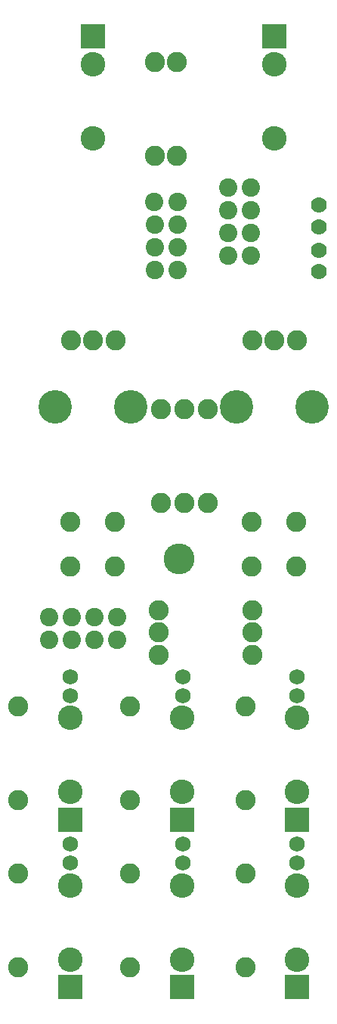
<source format=gbr>
G04 DesignSpark PCB Gerber Version 9.0 Build 5138 *
%FSLAX35Y35*%
%MOMM*%
%ADD78R,2.75400X2.75400*%
%ADD81C,1.75400*%
%ADD71C,1.77800*%
%ADD138C,2.05400*%
%ADD20C,2.25400*%
%ADD77C,2.75400*%
%ADD130C,3.45400*%
%ADD79C,3.75400*%
X0Y0D02*
D02*
D71*
X3560240Y8202740D03*
Y8442740D03*
Y8702740D03*
Y8947740D03*
D02*
D20*
X190240Y413240D03*
Y1463240D03*
Y2288240D03*
Y3338240D03*
X773240Y4903740D03*
Y5403740D03*
X781240Y7436740D03*
X1031240D03*
X1273240Y4903740D03*
Y5403740D03*
X1281240Y7436740D03*
X1440240Y413240D03*
Y1463240D03*
Y2288240D03*
Y3338240D03*
X1722740Y9498240D03*
Y10548240D03*
X1763240Y3915240D03*
Y4165240D03*
Y4415240D03*
X1790240Y5613240D03*
Y6663240D03*
X1972740Y9498240D03*
Y10548240D03*
X2052740Y5613240D03*
Y6663240D03*
X2315240Y5613240D03*
Y6663240D03*
X2740240Y413240D03*
Y1463240D03*
Y2288240D03*
Y3338240D03*
X2805240Y4903740D03*
Y5403740D03*
X2813240Y3915240D03*
Y4165240D03*
Y4415240D03*
Y7431740D03*
X3063240D03*
X3305240Y4903740D03*
Y5403740D03*
X3313240Y7431740D03*
D02*
D77*
X777240Y502240D03*
Y1332240D03*
Y2377240D03*
Y3207240D03*
X1031240Y9698240D03*
Y10528240D03*
X2030240Y502240D03*
Y1332240D03*
Y2377240D03*
Y3207240D03*
X3063240Y9698240D03*
Y10528240D03*
X3317240Y502240D03*
Y1332240D03*
Y2377240D03*
Y3207240D03*
D02*
D78*
X777240Y192240D03*
Y2067240D03*
X1031240Y10838240D03*
X2030240Y192240D03*
Y2067240D03*
X3063240Y10838240D03*
X3317240Y192240D03*
Y2067240D03*
D02*
D79*
X606240Y6691740D03*
X1456240D03*
X2638240Y6686740D03*
X3488240D03*
D02*
D81*
X775240Y1588930D03*
Y1795240D03*
Y3458930D03*
Y3665240D03*
X2035240Y1588930D03*
Y1795240D03*
Y3458930D03*
Y3665240D03*
X3315240Y1588930D03*
Y1795240D03*
Y3458930D03*
Y3665240D03*
D02*
D130*
X1990240Y4990240D03*
D02*
D138*
X535740Y4084740D03*
Y4338740D03*
X789740Y4084740D03*
Y4338740D03*
X1043740Y4084740D03*
Y4338740D03*
X1297740Y4084740D03*
X1299240Y4340240D03*
X1717740Y8986740D03*
X1719240Y8223240D03*
Y8477240D03*
Y8731240D03*
X1973240Y8223240D03*
Y8477240D03*
Y8731240D03*
Y8985240D03*
X2540240Y9149240D03*
X2541740Y8385740D03*
Y8639740D03*
Y8893740D03*
X2795740Y8385740D03*
Y8639740D03*
Y8893740D03*
Y9147740D03*
X0Y0D02*
M02*

</source>
